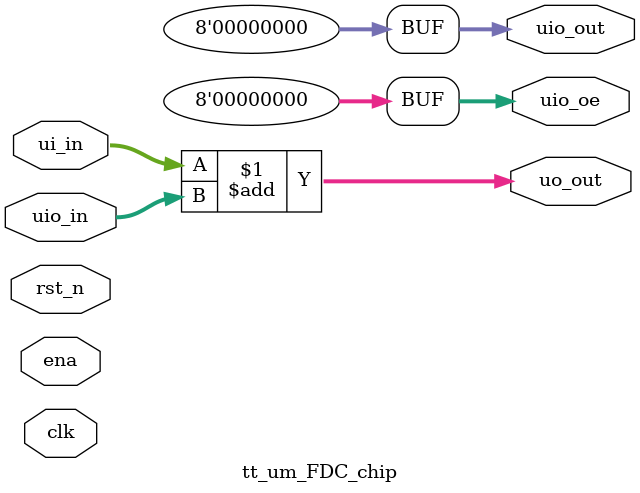
<source format=v>
/*
 * Copyright (c) 2024 Your Name
 * SPDX-License-Identifier: Apache-2.0
 */

`define default_netname none

module tt_um_FDC_chip (
    input  wire [7:0] ui_in,    // Dedicated inputs
    output wire [7:0] uo_out,   // Dedicated outputs
    input  wire [7:0] uio_in,   // IOs: Input path
    output wire [7:0] uio_out,  // IOs: Output path
    output wire [7:0] uio_oe,   // IOs: Enable path (active high: 0=input, 1=output)
    input  wire       ena,      // will go high when the design is enabled
    input  wire       clk,      // clock
    input  wire       rst_n     // reset_n - low to reset
);

  // All output pins must be assigned. If not used, assign to 0.
  //  assign uio_oe = 8'b0000_0000;
  //  assign uio_out = 8'b0000_0000;
  //  assign uo_out[7:5] = 3'b000;

//chip chip(
//	.reset(ui_in[3]),
//	.selec(ui_in[0]),
//	.clk_ref(ui_in[1]),
//	.VCO(ui_in[2]),
//	.out(uo_out{4:0})
//		);
  assign uo_out  = ui_in + uio_in;  // Example: ou_out is the sum of ui_in and uio_in
  assign uio_out = 0;
  assign uio_oe  = 0;
  
endmodule

</source>
